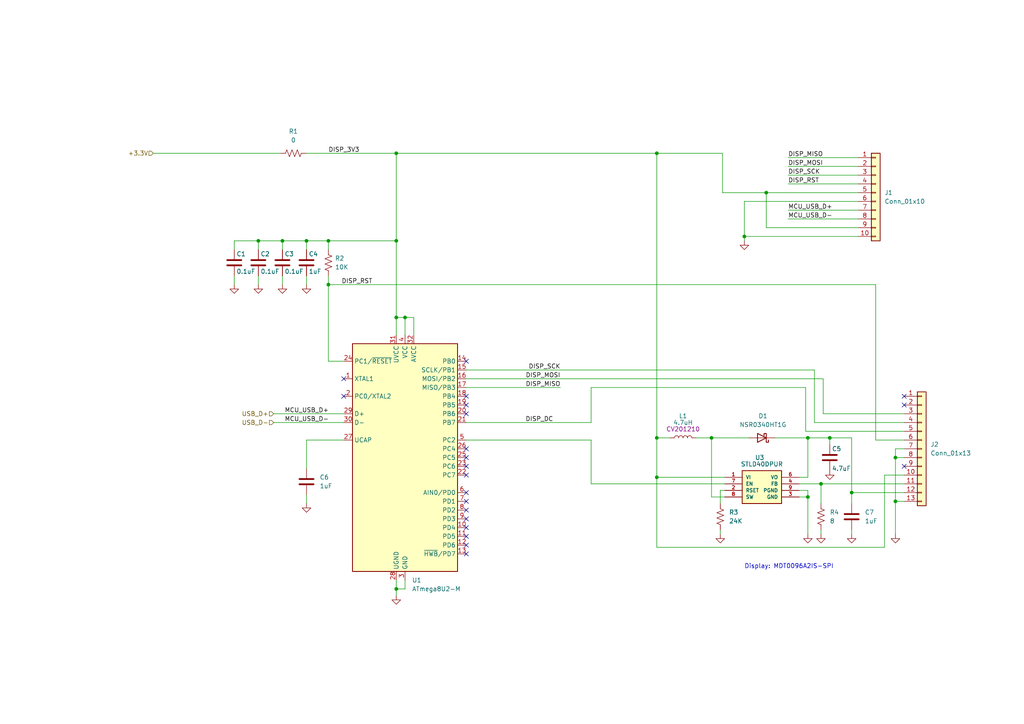
<source format=kicad_sch>
(kicad_sch (version 20211123) (generator eeschema)
  (paper "A4")
  (title_block (title "M.2 SSD With Display (MCU and Display)") (date "2023-08-05") (rev "1.0") (company "Will Schoenfeld"))
  (lib_symbols
    (symbol "Connector_Generic:Conn_01x10" (pin_names (offset 1.016) hide)
      (property "Reference" "J" (at 0 12.7 0))
      (property "Value" "Conn_01x10" (at 0 -15.24 0))
      (symbol "Conn_01x10_1_1"
        (rectangle (start -1.27 -12.573) (end 0 -12.827) (stroke (width 0.1524)))
        (rectangle (start -1.27 -10.033) (end 0 -10.287) (stroke (width 0.1524)))
        (rectangle (start -1.27 -7.493) (end 0 -7.747) (stroke (width 0.1524)))
        (rectangle (start -1.27 -4.953) (end 0 -5.207) (stroke (width 0.1524)))
        (rectangle (start -1.27 -2.413) (end 0 -2.667) (stroke (width 0.1524)))
        (rectangle (start -1.27 0.127) (end 0 -0.127) (stroke (width 0.1524)))
        (rectangle (start -1.27 2.667) (end 0 2.413) (stroke (width 0.1524)))
        (rectangle (start -1.27 5.207) (end 0 4.953) (stroke (width 0.1524)))
        (rectangle (start -1.27 7.747) (end 0 7.493) (stroke (width 0.1524)))
        (rectangle (start -1.27 10.287) (end 0 10.033) (stroke (width 0.1524)))
        (rectangle (start -1.27 11.43) (end 1.27 -13.97) (stroke (width 0.254)) (fill (type background)))
        (pin passive line (at -5.08 10.16 0) (length 3.81) (name "Pin_1") (number "1"))
        (pin passive line (at -5.08 -12.7 0) (length 3.81) (name "Pin_10") (number "10"))
        (pin passive line (at -5.08 7.62 0) (length 3.81) (name "Pin_2") (number "2"))
        (pin passive line (at -5.08 5.08 0) (length 3.81) (name "Pin_3") (number "3"))
        (pin passive line (at -5.08 2.54 0) (length 3.81) (name "Pin_4") (number "4"))
        (pin passive line (at -5.08 0 0) (length 3.81) (name "Pin_5") (number "5"))
        (pin passive line (at -5.08 -2.54 0) (length 3.81) (name "Pin_6") (number "6"))
        (pin passive line (at -5.08 -5.08 0) (length 3.81) (name "Pin_7") (number "7"))
        (pin passive line (at -5.08 -7.62 0) (length 3.81) (name "Pin_8") (number "8"))
        (pin passive line (at -5.08 -10.16 0) (length 3.81) (name "Pin_9") (number "9"))
      )
    )
    (symbol "Connector_Generic:Conn_01x13" (pin_names (offset 1.016) hide)
      (property "Reference" "J" (at 0 17.78 0))
      (property "Value" "Conn_01x13" (at 0 -17.78 0))
      (symbol "Conn_01x13_1_1"
        (rectangle (start -1.27 -15.113) (end 0 -15.367) (stroke (width 0.1524)))
        (rectangle (start -1.27 -12.573) (end 0 -12.827) (stroke (width 0.1524)))
        (rectangle (start -1.27 -10.033) (end 0 -10.287) (stroke (width 0.1524)))
        (rectangle (start -1.27 -7.493) (end 0 -7.747) (stroke (width 0.1524)))
        (rectangle (start -1.27 -4.953) (end 0 -5.207) (stroke (width 0.1524)))
        (rectangle (start -1.27 -2.413) (end 0 -2.667) (stroke (width 0.1524)))
        (rectangle (start -1.27 0.127) (end 0 -0.127) (stroke (width 0.1524)))
        (rectangle (start -1.27 2.667) (end 0 2.413) (stroke (width 0.1524)))
        (rectangle (start -1.27 5.207) (end 0 4.953) (stroke (width 0.1524)))
        (rectangle (start -1.27 7.747) (end 0 7.493) (stroke (width 0.1524)))
        (rectangle (start -1.27 10.287) (end 0 10.033) (stroke (width 0.1524)))
        (rectangle (start -1.27 12.827) (end 0 12.573) (stroke (width 0.1524)))
        (rectangle (start -1.27 15.367) (end 0 15.113) (stroke (width 0.1524)))
        (rectangle (start -1.27 16.51) (end 1.27 -16.51) (stroke (width 0.254)) (fill (type background)))
        (pin passive line (at -5.08 15.24 0) (length 3.81) (name "Pin_1") (number "1"))
        (pin passive line (at -5.08 -7.62 0) (length 3.81) (name "Pin_10") (number "10"))
        (pin passive line (at -5.08 -10.16 0) (length 3.81) (name "Pin_11") (number "11"))
        (pin passive line (at -5.08 -12.7 0) (length 3.81) (name "Pin_12") (number "12"))
        (pin passive line (at -5.08 -15.24 0) (length 3.81) (name "Pin_13") (number "13"))
        (pin passive line (at -5.08 12.7 0) (length 3.81) (name "Pin_2") (number "2"))
        (pin passive line (at -5.08 10.16 0) (length 3.81) (name "Pin_3") (number "3"))
        (pin passive line (at -5.08 7.62 0) (length 3.81) (name "Pin_4") (number "4"))
        (pin passive line (at -5.08 5.08 0) (length 3.81) (name "Pin_5") (number "5"))
        (pin passive line (at -5.08 2.54 0) (length 3.81) (name "Pin_6") (number "6"))
        (pin passive line (at -5.08 0 0) (length 3.81) (name "Pin_7") (number "7"))
        (pin passive line (at -5.08 -2.54 0) (length 3.81) (name "Pin_8") (number "8"))
        (pin passive line (at -5.08 -5.08 0) (length 3.81) (name "Pin_9") (number "9"))
      )
    )
    (symbol "Device:C" (pin_numbers hide) (pin_names (offset 0.254))
      (property "Reference" "C" (at 0.635 2.54 0))
      (property "Value" "C" (at 0.635 -2.54 0))
      (symbol "C_0_1"
        (polyline (pts (xy -2.032 -0.762) (xy 2.032 -0.762)) (stroke (width 0.508)))
        (polyline (pts (xy -2.032 0.762) (xy 2.032 0.762)) (stroke (width 0.508)))
      )
      (symbol "C_1_1"
        (pin passive line (at 0 3.81 270) (length 2.794) (name "~") (number "1"))
        (pin passive line (at 0 -3.81 90) (length 2.794) (name "~") (number "2"))
      )
    )
    (symbol "Device:L" (pin_numbers hide) (pin_names (offset 1.016) hide)
      (property "Reference" "L" (at -1.27 0 90))
      (property "Value" "L" (at 1.905 0 90))
      (symbol "L_0_1"
        (arc (start 0 -2.54) (mid 0.635 -1.905) (end 0 -1.27))
        (arc (start 0 -1.27) (mid 0.635 -0.635) (end 0 0))
        (arc (start 0 0) (mid 0.635 0.635) (end 0 1.27))
        (arc (start 0 1.27) (mid 0.635 1.905) (end 0 2.54))
      )
      (symbol "L_1_1"
        (pin passive line (at 0 3.81 270) (length 1.27) (name "1") (number "1"))
        (pin passive line (at 0 -3.81 90) (length 1.27) (name "2") (number "2"))
      )
    )
    (symbol "Device:R_US" (pin_numbers hide) (pin_names (offset 0))
      (property "Reference" "R" (at 2.54 0 90))
      (property "Value" "R_US" (at -2.54 0 90))
      (symbol "R_US_0_1"
        (polyline (pts (xy 0 -2.286) (xy 0 -2.54)))
        (polyline (pts (xy 0 2.286) (xy 0 2.54)))
        (polyline (pts (xy 0 -0.762) (xy 1.016 -1.143) (xy 0 -1.524) (xy -1.016 -1.905) (xy 0 -2.286)))
        (polyline (pts (xy 0 0.762) (xy 1.016 0.381) (xy 0 0) (xy -1.016 -0.381) (xy 0 -0.762)))
        (polyline (pts (xy 0 2.286) (xy 1.016 1.905) (xy 0 1.524) (xy -1.016 1.143) (xy 0 0.762)))
      )
      (symbol "R_US_1_1"
        (pin passive line (at 0 3.81 270) (length 1.27) (name "~") (number "1"))
        (pin passive line (at 0 -3.81 90) (length 1.27) (name "~") (number "2"))
      )
    )
    (symbol "Diode:NSR0340HT1G" (pin_numbers hide) (pin_names (offset 1.016) hide)
      (property "Reference" "D" (at 0 2.54 0))
      (property "Value" "NSR0340HT1G" (at 0 -2.54 0))
      (symbol "NSR0340HT1G_0_1"
        (polyline (pts (xy 1.27 0) (xy -1.27 0)))
        (polyline (pts (xy 1.27 1.27) (xy 1.27 -1.27) (xy -1.27 0) (xy 1.27 1.27)) (stroke (width 0.254)))
        (polyline (pts (xy -1.905 0.635) (xy -1.905 1.27) (xy -1.27 1.27) (xy -1.27 -1.27) (xy -0.635 -1.27) (xy -0.635 -0.635)) (stroke (width 0.254)))
      )
      (symbol "NSR0340HT1G_1_1"
        (pin passive line (at -3.81 0 0) (length 2.54) (name "K") (number "1"))
        (pin passive line (at 3.81 0 180) (length 2.54) (name "A") (number "2"))
      )
    )
    (symbol "MCU_Microchip_ATmega:ATmega8U2-M"
      (property "Reference" "U?" (at 2.0194 -35.56 0))
      (property "Value" "ATmega8U2-M" (at 2.0194 -38.1 0))
      (symbol "ATmega8U2-M_0_1"
        (rectangle (start -15.24 -33.02) (end 15.24 33.02) (stroke (width 0.254)) (fill (type background)))
      )
      (symbol "ATmega8U2-M_1_1"
        (pin input line (at -17.78 22.86 0) (length 2.54) (name "XTAL1") (number "1"))
        (pin bidirectional line (at 17.78 -20.32 180) (length 2.54) (name "PD4") (number "10"))
        (pin bidirectional line (at 17.78 -22.86 180) (length 2.54) (name "PD5") (number "11"))
        (pin bidirectional line (at 17.78 -25.4 180) (length 2.54) (name "PD6") (number "12"))
        (pin bidirectional line (at 17.78 -27.94 180) (length 2.54) (name "~{HWB}/PD7") (number "13"))
        (pin bidirectional line (at 17.78 27.94 180) (length 2.54) (name "PB0") (number "14"))
        (pin bidirectional line (at 17.78 25.4 180) (length 2.54) (name "SCLK/PB1") (number "15"))
        (pin bidirectional line (at 17.78 22.86 180) (length 2.54) (name "MOSI/PB2") (number "16"))
        (pin bidirectional line (at 17.78 20.32 180) (length 2.54) (name "MISO/PB3") (number "17"))
        (pin bidirectional line (at 17.78 17.78 180) (length 2.54) (name "PB4") (number "18"))
        (pin bidirectional line (at 17.78 15.24 180) (length 2.54) (name "PB5") (number "19"))
        (pin bidirectional line (at -17.78 17.78 0) (length 2.54) (name "PC0/XTAL2") (number "2"))
        (pin bidirectional line (at 17.78 12.7 180) (length 2.54) (name "PB6") (number "20"))
        (pin bidirectional line (at 17.78 10.16 180) (length 2.54) (name "PB7") (number "21"))
        (pin bidirectional line (at 17.78 -5.08 180) (length 2.54) (name "PC7") (number "22"))
        (pin bidirectional line (at 17.78 -2.54 180) (length 2.54) (name "PC6") (number "23"))
        (pin bidirectional line (at -17.78 27.94 0) (length 2.54) (name "PC1/~{RESET}") (number "24"))
        (pin bidirectional line (at 17.78 0 180) (length 2.54) (name "PC5") (number "25"))
        (pin bidirectional line (at 17.78 2.54 180) (length 2.54) (name "PC4") (number "26"))
        (pin passive line (at -17.78 5.08 0) (length 2.54) (name "UCAP") (number "27"))
        (pin power_in line (at -2.54 -35.56 90) (length 2.54) (name "UGND") (number "28"))
        (pin bidirectional line (at -17.78 12.7 0) (length 2.54) (name "D+") (number "29"))
        (pin power_in line (at 0 -35.56 90) (length 2.54) (name "GND") (number "3"))
        (pin bidirectional line (at -17.78 10.16 0) (length 2.54) (name "D-") (number "30"))
        (pin power_in line (at -2.54 35.56 270) (length 2.54) (name "UVCC") (number "31"))
        (pin power_in line (at 2.54 35.56 270) (length 2.54) (name "AVCC") (number "32"))
        (pin passive line (at 0 -35.56 90) (length 2.54) hide (name "GND") (number "33"))
        (pin power_in line (at 0 35.56 270) (length 2.54) (name "VCC") (number "4"))
        (pin bidirectional line (at 17.78 5.08 180) (length 2.54) (name "PC2") (number "5"))
        (pin bidirectional line (at 17.78 -10.16 180) (length 2.54) (name "AIN0/PD0") (number "6"))
        (pin bidirectional line (at 17.78 -12.7 180) (length 2.54) (name "PD1") (number "7"))
        (pin bidirectional line (at 17.78 -15.24 180) (length 2.54) (name "PD2") (number "8"))
        (pin bidirectional line (at 17.78 -17.78 180) (length 2.54) (name "PD3") (number "9"))
      )
    )
    (symbol "STLD40DPUR:STLD40DPUR" (pin_names (offset 1.016))
      (property "Reference" "U" (at -7.6217 16.0056 0))
      (property "Value" "STLD40DPUR" (at -4.445 -9.525 0))
      (symbol "STLD40DPUR_0_0"
        (rectangle (start -3.81 2.54) (end 7.62 -6.985) (stroke (width 0.254)) (fill (type background)))
        (pin input line (at -8.89 0.635 0) (length 5.08) (name "VI") (number "1"))
        (pin input line (at -8.89 -3.175 0) (length 5.08) (name "RSET") (number "2"))
        (pin power_in line (at 12.7 -5.08 180) (length 5.08) (name "GND") (number "3"))
        (pin output line (at 12.7 -1.27 180) (length 5.08) (name "FB") (number "4"))
        (pin output line (at 12.7 0.635 180) (length 5.08) (name "VO") (number "6"))
        (pin input line (at -8.89 -1.27 0) (length 5.08) (name "EN") (number "7"))
        (pin input line (at -8.89 -5.08 0) (length 5.08) (name "SW") (number "8"))
        (pin power_in line (at 12.7 -3.175 180) (length 5.08) (name "PGND") (number "9"))
        (pin power_in line (at 12.7 -3.175 180) (length 5.08) hide (name "PGND") (number "9_1"))
        (pin power_in line (at 12.7 -3.175 180) (length 5.08) hide (name "PGND") (number "9_2"))
        (pin power_in line (at 12.7 -3.175 180) (length 5.08) hide (name "PGND") (number "9_3"))
        (pin power_in line (at 12.7 -3.175 180) (length 5.08) hide (name "PGND") (number "9_4"))
      )
    )
    (symbol "power:GND" (power) (pin_names (offset 0))
      (property "Value" "GND" (at 0 -3.81 0))
      (symbol "GND_0_1"
        (polyline (pts (xy 0 0) (xy 0 -1.27) (xy 1.27 -1.27) (xy 0 -2.54) (xy -1.27 -1.27) (xy 0 -1.27)))
      )
      (symbol "GND_1_1"
        (pin power_in line (at 0 0 270) (length 0) hide (name "GND") (number "1"))
      )
    )
  )
  (junction (at 234.315 127))
  (junction (at 247.015 142.875))
  (junction (at 74.93 69.85))
  (junction (at 190.5 44.45))
  (junction (at 215.9 68.58))
  (junction (at 206.375 127))
  (junction (at 114.935 44.45))
  (junction (at 114.935 92.075))
  (junction (at 95.25 82.55))
  (junction (at 190.5 138.43))
  (junction (at 259.715 132.715))
  (junction (at 117.475 92.075))
  (junction (at 95.25 69.85))
  (junction (at 240.665 127))
  (junction (at 190.5 127))
  (junction (at 222.25 55.88))
  (junction (at 114.935 69.85))
  (junction (at 81.915 69.85))
  (junction (at 238.125 140.335))
  (junction (at 114.935 170.815))
  (junction (at 234.315 144.145))
  (junction (at 259.715 145.415))
  (junction (at 88.9 69.85))
  (no_connect (at 262.255 114.935))
  (no_connect (at 262.255 117.475))
  (no_connect (at 262.255 135.255))
  (no_connect (at 135.255 160.655))
  (no_connect (at 135.255 145.415))
  (no_connect (at 135.255 158.115))
  (no_connect (at 135.255 155.575))
  (no_connect (at 135.255 153.035))
  (no_connect (at 135.255 150.495))
  (no_connect (at 135.255 147.955))
  (no_connect (at 135.255 104.775))
  (no_connect (at 135.255 130.175))
  (no_connect (at 135.255 132.715))
  (no_connect (at 135.255 135.255))
  (no_connect (at 135.255 137.795))
  (no_connect (at 135.255 142.875))
  (no_connect (at 99.695 114.935))
  (no_connect (at 99.695 109.855))
  (no_connect (at 135.255 117.475))
  (no_connect (at 135.255 114.935))
  (no_connect (at 135.255 120.015))
  (wire (pts (xy 81.915 80.01) (xy 81.915 82.55)))
  (wire (pts (xy 228.6 45.72) (xy 248.92 45.72)))
  (wire (pts (xy 247.015 127) (xy 247.015 142.875)))
  (wire (pts (xy 67.945 69.85) (xy 74.93 69.85)))
  (wire (pts (xy 114.935 168.275) (xy 114.935 170.815)))
  (wire (pts (xy 240.665 128.905) (xy 240.665 127)))
  (wire (pts (xy 74.93 69.85) (xy 74.93 72.39)))
  (wire (pts (xy 259.715 132.715) (xy 262.255 132.715)))
  (wire (pts (xy 215.9 69.85) (xy 215.9 68.58)))
  (wire (pts (xy 171.45 112.395) (xy 171.45 122.555)))
  (wire (pts (xy 256.54 137.795) (xy 256.54 158.75)))
  (wire (pts (xy 117.475 97.155) (xy 117.475 92.075)))
  (wire (pts (xy 190.5 127) (xy 194.31 127)))
  (wire (pts (xy 44.45 44.45) (xy 81.28 44.45)))
  (wire (pts (xy 208.915 142.24) (xy 210.185 142.24)))
  (wire (pts (xy 259.715 145.415) (xy 259.715 154.94)))
  (wire (pts (xy 262.255 137.795) (xy 256.54 137.795)))
  (wire (pts (xy 88.9 135.89) (xy 88.9 127.635)))
  (wire (pts (xy 190.5 138.43) (xy 210.185 138.43)))
  (wire (pts (xy 236.22 122.555) (xy 262.255 122.555)))
  (wire (pts (xy 262.255 140.335) (xy 238.125 140.335)))
  (wire (pts (xy 206.375 127) (xy 206.375 144.145)))
  (wire (pts (xy 222.25 55.88) (xy 209.55 55.88)))
  (wire (pts (xy 234.315 138.43) (xy 234.315 127)))
  (wire (pts (xy 222.25 66.04) (xy 222.25 55.88)))
  (wire (pts (xy 88.9 80.01) (xy 88.9 82.55)))
  (wire (pts (xy 74.93 69.85) (xy 81.915 69.85)))
  (wire (pts (xy 117.475 92.075) (xy 114.935 92.075)))
  (wire (pts (xy 74.93 80.01) (xy 74.93 82.55)))
  (wire (pts (xy 228.6 60.96) (xy 248.92 60.96)))
  (wire (pts (xy 248.92 66.04) (xy 222.25 66.04)))
  (wire (pts (xy 233.68 112.395) (xy 233.68 125.095)))
  (wire (pts (xy 190.5 127) (xy 190.5 138.43)))
  (wire (pts (xy 114.935 69.85) (xy 114.935 92.075)))
  (wire (pts (xy 247.015 127) (xy 240.665 127)))
  (wire (pts (xy 262.255 130.175) (xy 259.715 130.175)))
  (wire (pts (xy 254 82.55) (xy 95.25 82.55)))
  (wire (pts (xy 238.125 153.67) (xy 238.125 154.94)))
  (wire (pts (xy 238.76 120.015) (xy 238.76 109.855)))
  (wire (pts (xy 240.665 127) (xy 234.315 127)))
  (wire (pts (xy 208.915 153.67) (xy 208.915 154.94)))
  (wire (pts (xy 135.255 109.855) (xy 238.76 109.855)))
  (wire (pts (xy 88.9 69.85) (xy 95.25 69.85)))
  (wire (pts (xy 114.935 92.075) (xy 114.935 97.155)))
  (wire (pts (xy 206.375 144.145) (xy 210.185 144.145)))
  (wire (pts (xy 95.25 104.775) (xy 99.695 104.775)))
  (wire (pts (xy 247.015 142.875) (xy 262.255 142.875)))
  (wire (pts (xy 234.315 142.24) (xy 234.315 144.145)))
  (wire (pts (xy 81.915 69.85) (xy 81.915 72.39)))
  (wire (pts (xy 117.475 170.815) (xy 114.935 170.815)))
  (wire (pts (xy 95.25 69.85) (xy 95.25 72.39)))
  (wire (pts (xy 114.935 44.45) (xy 190.5 44.45)))
  (wire (pts (xy 231.775 142.24) (xy 234.315 142.24)))
  (wire (pts (xy 228.6 63.5) (xy 248.92 63.5)))
  (wire (pts (xy 120.015 97.155) (xy 120.015 92.075)))
  (wire (pts (xy 67.945 72.39) (xy 67.945 69.85)))
  (wire (pts (xy 247.015 153.67) (xy 247.015 154.94)))
  (wire (pts (xy 228.6 50.8) (xy 248.92 50.8)))
  (wire (pts (xy 95.25 69.85) (xy 114.935 69.85)))
  (wire (pts (xy 88.9 127.635) (xy 99.695 127.635)))
  (wire (pts (xy 120.015 92.075) (xy 117.475 92.075)))
  (wire (pts (xy 254 127.635) (xy 254 82.55)))
  (wire (pts (xy 238.125 140.335) (xy 231.775 140.335)))
  (wire (pts (xy 114.935 44.45) (xy 114.935 69.85)))
  (wire (pts (xy 228.6 48.26) (xy 248.92 48.26)))
  (wire (pts (xy 171.45 127.635) (xy 135.255 127.635)))
  (wire (pts (xy 209.55 55.88) (xy 209.55 44.45)))
  (wire (pts (xy 206.375 127) (xy 217.17 127)))
  (wire (pts (xy 215.9 68.58) (xy 248.92 68.58)))
  (wire (pts (xy 238.125 140.335) (xy 238.125 146.05)))
  (wire (pts (xy 233.68 112.395) (xy 171.45 112.395)))
  (wire (pts (xy 262.255 125.095) (xy 233.68 125.095)))
  (wire (pts (xy 171.45 122.555) (xy 135.255 122.555)))
  (wire (pts (xy 117.475 168.275) (xy 117.475 170.815)))
  (wire (pts (xy 259.715 145.415) (xy 262.255 145.415)))
  (wire (pts (xy 190.5 127) (xy 190.5 44.45)))
  (wire (pts (xy 88.9 69.85) (xy 88.9 72.39)))
  (wire (pts (xy 190.5 44.45) (xy 209.55 44.45)))
  (wire (pts (xy 135.255 112.395) (xy 162.56 112.395)))
  (wire (pts (xy 215.9 58.42) (xy 248.92 58.42)))
  (wire (pts (xy 248.92 55.88) (xy 222.25 55.88)))
  (wire (pts (xy 171.45 140.335) (xy 210.185 140.335)))
  (wire (pts (xy 79.375 120.015) (xy 99.695 120.015)))
  (wire (pts (xy 171.45 140.335) (xy 171.45 127.635)))
  (wire (pts (xy 208.915 146.05) (xy 208.915 142.24)))
  (wire (pts (xy 231.775 138.43) (xy 234.315 138.43)))
  (wire (pts (xy 231.775 144.145) (xy 234.315 144.145)))
  (wire (pts (xy 247.015 146.05) (xy 247.015 142.875)))
  (wire (pts (xy 88.9 143.51) (xy 88.9 146.05)))
  (wire (pts (xy 234.315 127) (xy 224.79 127)))
  (wire (pts (xy 236.22 107.315) (xy 135.255 107.315)))
  (wire (pts (xy 95.25 82.55) (xy 95.25 104.775)))
  (wire (pts (xy 259.715 132.715) (xy 259.715 145.415)))
  (wire (pts (xy 79.375 122.555) (xy 99.695 122.555)))
  (wire (pts (xy 236.22 107.315) (xy 236.22 122.555)))
  (wire (pts (xy 190.5 158.75) (xy 190.5 138.43)))
  (wire (pts (xy 95.25 80.01) (xy 95.25 82.55)))
  (wire (pts (xy 215.9 68.58) (xy 215.9 58.42)))
  (wire (pts (xy 228.6 53.34) (xy 248.92 53.34)))
  (wire (pts (xy 256.54 158.75) (xy 190.5 158.75)))
  (wire (pts (xy 201.93 127) (xy 206.375 127)))
  (wire (pts (xy 262.255 127.635) (xy 254 127.635)))
  (wire (pts (xy 234.315 144.145) (xy 234.315 154.94)))
  (wire (pts (xy 67.945 80.01) (xy 67.945 82.55)))
  (wire (pts (xy 114.935 170.815) (xy 114.935 172.72)))
  (wire (pts (xy 259.715 130.175) (xy 259.715 132.715)))
  (wire (pts (xy 262.255 120.015) (xy 238.76 120.015)))
  (wire (pts (xy 88.9 44.45) (xy 114.935 44.45)))
  (wire (pts (xy 81.915 69.85) (xy 88.9 69.85)))
  (text "Display: MDT0096A2IS-SPI" (at 215.9 165.1 0) (effects (font (size 1.27 1.27)) (justify left bottom)))
  (label "DISP_RST" (at 99.06 82.55 0))
  (label "DISP_MISO" (at 162.56 112.395 180))
  (label "DISP_SCK" (at 162.56 107.315 180))
  (label "MCU_USB_D+" (at 82.55 120.015 0))
  (label "DISP_SCK" (at 228.6 50.8 0))
  (label "MCU_USB_D+" (at 228.6 60.96 0))
  (label "DISP_RST" (at 228.6 53.34 0))
  (label "MCU_USB_D-" (at 82.55 122.555 0))
  (label "DISP_DC" (at 152.4 122.555 0))
  (label "MCU_USB_D-" (at 228.6 63.5 0))
  (label "DISP_MISO" (at 228.6 45.72 0))
  (label "DISP_MOSI" (at 162.56 109.855 180))
  (label "DISP_MOSI" (at 228.6 48.26 0))
  (label "DISP_3V3" (at 95.25 44.45 0))
  (hierarchical_label "USB_D+" (shape input) (at 79.375 120.015 180))
  (hierarchical_label "USB_D-" (shape input) (at 79.375 122.555 180))
  (hierarchical_label "+3.3V" (shape input) (at 44.45 44.45 180))
  (symbol (lib_id "Device:C") (at 240.665 132.715 0) (unit 1)
    (property "Reference" "C5" (at 241.3 130.175 0) (effects (justify left)))
    (property "Value" "4.7uF" (at 241.3 135.89 0) (effects (justify left)))
    (property "Footprint" "Capacitor_SMD:C_0603_1608Metric" (effects hide))
  )
  (symbol (lib_id "power:GND") (at 215.9 69.85 0) (unit 1)
    (property "Reference" "#PWR01" (effects hide))
    (property "Value" "GND" (effects hide))
  )
  (symbol (lib_id "power:GND") (at 88.9 146.05 0) (unit 1)
    (property "Reference" "#PWR07" (effects hide))
    (property "Value" "GND" (effects hide))
  )
  (symbol (lib_id "Connector_Generic:Conn_01x10") (at 254 55.88 0) (unit 1)
    (property "Reference" "J1" (at 256.54 55.8799 0) (effects (justify left)))
    (property "Value" "Conn_01x10" (at 256.54 58.4199 0) (effects (justify left)))
    (property "Footprint" "Connector_FFC-FPC:Hirose_FH12-10S-0.5SH_1x10-1MP_P0.50mm_Horizontal" (effects hide))
  )
  (symbol (lib_id "power:GND") (at 238.125 154.94 0) (unit 1)
    (property "Reference" "#PWR010" (effects hide))
    (property "Value" "GND" (effects hide))
  )
  (symbol (lib_id "Diode:NSR0340HT1G") (at 220.98 127 180) (unit 1)
    (property "Reference" "D1" (at 221.2975 120.65 0))
    (property "Value" "NSR0340HT1G" (at 221.2975 123.19 0))
    (property "Footprint" "Diode_SMD:D_SOD-323" (effects hide))
    (property "Datasheet" "https://www.onsemi.com/pub/Collateral/NSR0340H-D.PDF" (effects hide))
  )
  (symbol (lib_id "power:GND") (at 114.935 172.72 0) (unit 1)
    (property "Reference" "#PWR013" (effects hide))
    (property "Value" "GND" (effects hide))
  )
  (symbol (lib_id "Device:C") (at 88.9 76.2 0) (unit 1)
    (property "Reference" "C4" (at 89.535 73.66 0) (effects (justify left)))
    (property "Value" "1uF" (at 89.535 78.74 0) (effects (justify left)))
    (property "Footprint" "Capacitor_SMD:C_0603_1608Metric" (effects hide))
  )
  (symbol (lib_id "Device:C") (at 67.945 76.2 0) (unit 1)
    (property "Reference" "C1" (at 68.58 73.66 0) (effects (justify left)))
    (property "Value" "0.1uF" (at 68.58 78.74 0) (effects (justify left)))
    (property "Footprint" "Capacitor_SMD:C_0603_1608Metric" (effects hide))
  )
  (symbol (lib_id "MCU_Microchip_ATmega:ATmega8U2-M") (at 117.475 132.715 0) (unit 1)
    (property "Reference" "U1" (at 119.4944 168.275 0) (effects (justify left)))
    (property "Value" "ATmega8U2-M" (at 119.4944 170.815 0) (effects (justify left)))
    (property "Footprint" "Package_DFN_QFN:QFN-32-1EP_5x5mm_P0.5mm_EP3.1x3.1mm" (effects hide))
    (property "Datasheet" "http://ww1.microchip.com/downloads/en/DeviceDoc/doc7799.pdf" (effects hide))
  )
  (symbol (lib_id "power:GND") (at 247.015 154.94 0) (unit 1)
    (property "Reference" "#PWR011" (effects hide))
    (property "Value" "GND" (effects hide))
  )
  (symbol (lib_id "Connector_Generic:Conn_01x13") (at 267.335 130.175 0) (unit 1)
    (property "Reference" "J2" (at 269.875 128.9049 0) (effects (justify left)))
    (property "Value" "Conn_01x13" (at 269.875 131.4449 0) (effects (justify left)))
    (property "Footprint" "Connector_FFC-FPC:Hirose_FH12-13S-0.5SH_1x13-1MP_P0.50mm_Horizontal" (effects hide))
  )
  (symbol (lib_id "Device:C") (at 74.93 76.2 0) (unit 1)
    (property "Reference" "C2" (at 75.565 73.66 0) (effects (justify left)))
    (property "Value" "0.1uF" (at 75.565 78.74 0) (effects (justify left)))
    (property "Footprint" "Capacitor_SMD:C_0603_1608Metric" (effects hide))
  )
  (symbol (lib_id "power:GND") (at 208.915 154.94 0) (unit 1)
    (property "Reference" "#PWR08" (effects hide))
    (property "Value" "GND" (effects hide))
  )
  (symbol (lib_id "Device:C") (at 88.9 139.7 0) (unit 1)
    (property "Reference" "C6" (at 92.71 138.4299 0) (effects (justify left)))
    (property "Value" "1uF" (at 92.71 140.9699 0) (effects (justify left)))
    (property "Footprint" "Capacitor_SMD:C_0603_1608Metric" (effects hide))
  )
  (symbol (lib_id "Device:R_US") (at 238.125 149.86 0) (unit 1)
    (property "Reference" "R4" (at 240.665 148.5899 0) (effects (justify left)))
    (property "Value" "8" (at 240.665 151.1299 0) (effects (justify left)))
    (property "Footprint" "Resistor_SMD:R_0603_1608Metric" (effects hide))
  )
  (symbol (lib_id "Device:C") (at 247.015 149.86 0) (unit 1)
    (property "Reference" "C7" (at 250.825 148.5899 0) (effects (justify left)))
    (property "Value" "1uF" (at 250.825 151.1299 0) (effects (justify left)))
    (property "Footprint" "Capacitor_SMD:C_0603_1608Metric" (effects hide))
  )
  (symbol (lib_id "Device:R_US") (at 95.25 76.2 0) (unit 1)
    (property "Reference" "R2" (at 97.155 74.9299 0) (effects (justify left)))
    (property "Value" "10K" (at 97.155 77.4699 0) (effects (justify left)))
    (property "Footprint" "Resistor_SMD:R_0603_1608Metric" (effects hide))
  )
  (symbol (lib_id "power:GND") (at 259.715 154.94 0) (unit 1)
    (property "Reference" "#PWR012" (effects hide))
    (property "Value" "GND" (effects hide))
  )
  (symbol (lib_id "power:GND") (at 81.915 82.55 0) (unit 1)
    (property "Reference" "#PWR04" (effects hide))
    (property "Value" "GND" (effects hide))
  )
  (symbol (lib_id "Device:C") (at 81.915 76.2 0) (unit 1)
    (property "Reference" "C3" (at 82.55 73.66 0) (effects (justify left)))
    (property "Value" "0.1uF" (at 82.55 78.74 0) (effects (justify left)))
    (property "Footprint" "Capacitor_SMD:C_0603_1608Metric" (effects hide))
  )
  (symbol (lib_id "power:GND") (at 67.945 82.55 0) (unit 1)
    (property "Reference" "#PWR02" (effects hide))
    (property "Value" "GND" (effects hide))
  )
  (symbol (lib_id "Device:R_US") (at 208.915 149.86 0) (unit 1)
    (property "Reference" "R3" (at 211.455 148.5899 0) (effects (justify left)))
    (property "Value" "24K" (at 211.455 151.1299 0) (effects (justify left)))
    (property "Footprint" "Resistor_SMD:R_0603_1608Metric" (effects hide))
  )
  (symbol (lib_id "power:GND") (at 234.315 154.94 0) (unit 1)
    (property "Reference" "#PWR09" (effects hide))
    (property "Value" "GND" (effects hide))
  )
  (symbol (lib_id "power:GND") (at 74.93 82.55 0) (unit 1)
    (property "Reference" "#PWR03" (effects hide))
    (property "Value" "GND" (effects hide))
  )
  (symbol (lib_id "power:GND") (at 240.665 136.525 0) (unit 1)
    (property "Reference" "#PWR06" (effects hide))
    (property "Value" "GND" (effects hide))
  )
  (symbol (lib_id "Device:L") (at 198.12 127 90) (unit 1)
    (property "Reference" "L1" (at 198.12 120.65 90))
    (property "Value" "4.7uH" (at 198.12 122.555 90))
    (property "Footprint" "Inductor_SMD:L_0805_2012Metric" (effects hide))
    (property "Name" "CV201210" (at 198.12 124.46 90))
  )
  (symbol (lib_id "STLD40DPUR:STLD40DPUR") (at 219.075 139.065 0) (unit 1)
    (property "Reference" "U3" (at 220.345 132.715 0))
    (property "Value" "STLD40DPUR" (at 220.98 134.62 0))
    (property "Footprint" "Package_DFN_QFN:DFN-8-1EP_3x3mm_P0.65mm_EP1.7x2.05mm" (effects hide))
    (property "PARTREV" "7" (effects hide))
    (property "STANDARD" "IPC 7351B" (effects hide))
    (property "MANUFACTURER" "ST MICROELECTRONICS" (effects hide))
  )
  (symbol (lib_id "Device:R_US") (at 85.09 44.45 90) (unit 1)
    (property "Reference" "R1" (at 85.09 38.1 90))
    (property "Value" "0" (at 85.09 40.64 90))
    (property "Footprint" "Resistor_SMD:R_0603_1608Metric" (effects hide))
  )
  (symbol (lib_id "power:GND") (at 88.9 82.55 0) (unit 1)
    (property "Reference" "#PWR05" (effects hide))
    (property "Value" "GND" (effects hide))
  )
)
</source>
